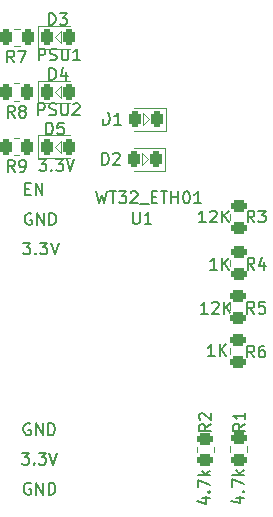
<source format=gto>
G04 #@! TF.GenerationSoftware,KiCad,Pcbnew,(6.0.11)*
G04 #@! TF.CreationDate,2023-03-19T09:35:33+01:00*
G04 #@! TF.ProjectId,powerbar_pcb,706f7765-7262-4617-925f-7063622e6b69,rev?*
G04 #@! TF.SameCoordinates,Original*
G04 #@! TF.FileFunction,Legend,Top*
G04 #@! TF.FilePolarity,Positive*
%FSLAX46Y46*%
G04 Gerber Fmt 4.6, Leading zero omitted, Abs format (unit mm)*
G04 Created by KiCad (PCBNEW (6.0.11)) date 2023-03-19 09:35:33*
%MOMM*%
%LPD*%
G01*
G04 APERTURE LIST*
G04 Aperture macros list*
%AMRoundRect*
0 Rectangle with rounded corners*
0 $1 Rounding radius*
0 $2 $3 $4 $5 $6 $7 $8 $9 X,Y pos of 4 corners*
0 Add a 4 corners polygon primitive as box body*
4,1,4,$2,$3,$4,$5,$6,$7,$8,$9,$2,$3,0*
0 Add four circle primitives for the rounded corners*
1,1,$1+$1,$2,$3*
1,1,$1+$1,$4,$5*
1,1,$1+$1,$6,$7*
1,1,$1+$1,$8,$9*
0 Add four rect primitives between the rounded corners*
20,1,$1+$1,$2,$3,$4,$5,0*
20,1,$1+$1,$4,$5,$6,$7,0*
20,1,$1+$1,$6,$7,$8,$9,0*
20,1,$1+$1,$8,$9,$2,$3,0*%
G04 Aperture macros list end*
%ADD10C,0.150000*%
%ADD11C,0.120000*%
%ADD12RoundRect,0.250000X-0.450000X0.262500X-0.450000X-0.262500X0.450000X-0.262500X0.450000X0.262500X0*%
%ADD13RoundRect,0.250000X0.450000X-0.262500X0.450000X0.262500X-0.450000X0.262500X-0.450000X-0.262500X0*%
%ADD14RoundRect,0.250000X-0.262500X-0.450000X0.262500X-0.450000X0.262500X0.450000X-0.262500X0.450000X0*%
%ADD15RoundRect,0.243750X0.243750X0.456250X-0.243750X0.456250X-0.243750X-0.456250X0.243750X-0.456250X0*%
%ADD16RoundRect,0.243750X-0.243750X-0.456250X0.243750X-0.456250X0.243750X0.456250X-0.243750X0.456250X0*%
%ADD17C,1.724000*%
%ADD18R,1.724000X1.724000*%
%ADD19R,1.724000X1.524000*%
%ADD20R,1.600000X1.600000*%
%ADD21C,1.600000*%
%ADD22R,1.350000X1.350000*%
%ADD23O,1.350000X1.350000*%
%ADD24C,1.524000*%
%ADD25R,1.700000X1.700000*%
%ADD26O,1.700000X1.700000*%
G04 APERTURE END LIST*
D10*
X105883809Y-75152380D02*
X106502857Y-75152380D01*
X106169523Y-75533333D01*
X106312380Y-75533333D01*
X106407619Y-75580952D01*
X106455238Y-75628571D01*
X106502857Y-75723809D01*
X106502857Y-75961904D01*
X106455238Y-76057142D01*
X106407619Y-76104761D01*
X106312380Y-76152380D01*
X106026666Y-76152380D01*
X105931428Y-76104761D01*
X105883809Y-76057142D01*
X106931428Y-76057142D02*
X106979047Y-76104761D01*
X106931428Y-76152380D01*
X106883809Y-76104761D01*
X106931428Y-76057142D01*
X106931428Y-76152380D01*
X107312380Y-75152380D02*
X107931428Y-75152380D01*
X107598095Y-75533333D01*
X107740952Y-75533333D01*
X107836190Y-75580952D01*
X107883809Y-75628571D01*
X107931428Y-75723809D01*
X107931428Y-75961904D01*
X107883809Y-76057142D01*
X107836190Y-76104761D01*
X107740952Y-76152380D01*
X107455238Y-76152380D01*
X107360000Y-76104761D01*
X107312380Y-76057142D01*
X108217142Y-75152380D02*
X108550476Y-76152380D01*
X108883809Y-75152380D01*
X106508095Y-95530000D02*
X106412857Y-95482380D01*
X106270000Y-95482380D01*
X106127142Y-95530000D01*
X106031904Y-95625238D01*
X105984285Y-95720476D01*
X105936666Y-95910952D01*
X105936666Y-96053809D01*
X105984285Y-96244285D01*
X106031904Y-96339523D01*
X106127142Y-96434761D01*
X106270000Y-96482380D01*
X106365238Y-96482380D01*
X106508095Y-96434761D01*
X106555714Y-96387142D01*
X106555714Y-96053809D01*
X106365238Y-96053809D01*
X106984285Y-96482380D02*
X106984285Y-95482380D01*
X107555714Y-96482380D01*
X107555714Y-95482380D01*
X108031904Y-96482380D02*
X108031904Y-95482380D01*
X108270000Y-95482380D01*
X108412857Y-95530000D01*
X108508095Y-95625238D01*
X108555714Y-95720476D01*
X108603333Y-95910952D01*
X108603333Y-96053809D01*
X108555714Y-96244285D01*
X108508095Y-96339523D01*
X108412857Y-96434761D01*
X108270000Y-96482380D01*
X108031904Y-96482380D01*
X106041904Y-70598571D02*
X106375238Y-70598571D01*
X106518095Y-71122380D02*
X106041904Y-71122380D01*
X106041904Y-70122380D01*
X106518095Y-70122380D01*
X106946666Y-71122380D02*
X106946666Y-70122380D01*
X107518095Y-71122380D01*
X107518095Y-70122380D01*
X105773809Y-92942380D02*
X106392857Y-92942380D01*
X106059523Y-93323333D01*
X106202380Y-93323333D01*
X106297619Y-93370952D01*
X106345238Y-93418571D01*
X106392857Y-93513809D01*
X106392857Y-93751904D01*
X106345238Y-93847142D01*
X106297619Y-93894761D01*
X106202380Y-93942380D01*
X105916666Y-93942380D01*
X105821428Y-93894761D01*
X105773809Y-93847142D01*
X106821428Y-93847142D02*
X106869047Y-93894761D01*
X106821428Y-93942380D01*
X106773809Y-93894761D01*
X106821428Y-93847142D01*
X106821428Y-93942380D01*
X107202380Y-92942380D02*
X107821428Y-92942380D01*
X107488095Y-93323333D01*
X107630952Y-93323333D01*
X107726190Y-93370952D01*
X107773809Y-93418571D01*
X107821428Y-93513809D01*
X107821428Y-93751904D01*
X107773809Y-93847142D01*
X107726190Y-93894761D01*
X107630952Y-93942380D01*
X107345238Y-93942380D01*
X107250000Y-93894761D01*
X107202380Y-93847142D01*
X108107142Y-92942380D02*
X108440476Y-93942380D01*
X108773809Y-92942380D01*
X106478095Y-90500000D02*
X106382857Y-90452380D01*
X106240000Y-90452380D01*
X106097142Y-90500000D01*
X106001904Y-90595238D01*
X105954285Y-90690476D01*
X105906666Y-90880952D01*
X105906666Y-91023809D01*
X105954285Y-91214285D01*
X106001904Y-91309523D01*
X106097142Y-91404761D01*
X106240000Y-91452380D01*
X106335238Y-91452380D01*
X106478095Y-91404761D01*
X106525714Y-91357142D01*
X106525714Y-91023809D01*
X106335238Y-91023809D01*
X106954285Y-91452380D02*
X106954285Y-90452380D01*
X107525714Y-91452380D01*
X107525714Y-90452380D01*
X108001904Y-91452380D02*
X108001904Y-90452380D01*
X108240000Y-90452380D01*
X108382857Y-90500000D01*
X108478095Y-90595238D01*
X108525714Y-90690476D01*
X108573333Y-90880952D01*
X108573333Y-91023809D01*
X108525714Y-91214285D01*
X108478095Y-91309523D01*
X108382857Y-91404761D01*
X108240000Y-91452380D01*
X108001904Y-91452380D01*
X106588095Y-72710000D02*
X106492857Y-72662380D01*
X106350000Y-72662380D01*
X106207142Y-72710000D01*
X106111904Y-72805238D01*
X106064285Y-72900476D01*
X106016666Y-73090952D01*
X106016666Y-73233809D01*
X106064285Y-73424285D01*
X106111904Y-73519523D01*
X106207142Y-73614761D01*
X106350000Y-73662380D01*
X106445238Y-73662380D01*
X106588095Y-73614761D01*
X106635714Y-73567142D01*
X106635714Y-73233809D01*
X106445238Y-73233809D01*
X107064285Y-73662380D02*
X107064285Y-72662380D01*
X107635714Y-73662380D01*
X107635714Y-72662380D01*
X108111904Y-73662380D02*
X108111904Y-72662380D01*
X108350000Y-72662380D01*
X108492857Y-72710000D01*
X108588095Y-72805238D01*
X108635714Y-72900476D01*
X108683333Y-73090952D01*
X108683333Y-73233809D01*
X108635714Y-73424285D01*
X108588095Y-73519523D01*
X108492857Y-73614761D01*
X108350000Y-73662380D01*
X108111904Y-73662380D01*
X125453333Y-73436880D02*
X125120000Y-72960690D01*
X124881904Y-73436880D02*
X124881904Y-72436880D01*
X125262857Y-72436880D01*
X125358095Y-72484500D01*
X125405714Y-72532119D01*
X125453333Y-72627357D01*
X125453333Y-72770214D01*
X125405714Y-72865452D01*
X125358095Y-72913071D01*
X125262857Y-72960690D01*
X124881904Y-72960690D01*
X125786666Y-72436880D02*
X126405714Y-72436880D01*
X126072380Y-72817833D01*
X126215238Y-72817833D01*
X126310476Y-72865452D01*
X126358095Y-72913071D01*
X126405714Y-73008309D01*
X126405714Y-73246404D01*
X126358095Y-73341642D01*
X126310476Y-73389261D01*
X126215238Y-73436880D01*
X125929523Y-73436880D01*
X125834285Y-73389261D01*
X125786666Y-73341642D01*
X121329523Y-73436880D02*
X120758095Y-73436880D01*
X121043809Y-73436880D02*
X121043809Y-72436880D01*
X120948571Y-72579738D01*
X120853333Y-72674976D01*
X120758095Y-72722595D01*
X121710476Y-72532119D02*
X121758095Y-72484500D01*
X121853333Y-72436880D01*
X122091428Y-72436880D01*
X122186666Y-72484500D01*
X122234285Y-72532119D01*
X122281904Y-72627357D01*
X122281904Y-72722595D01*
X122234285Y-72865452D01*
X121662857Y-73436880D01*
X122281904Y-73436880D01*
X122710476Y-73436880D02*
X122710476Y-72436880D01*
X123281904Y-73436880D02*
X122853333Y-72865452D01*
X123281904Y-72436880D02*
X122710476Y-73008309D01*
X121772380Y-90526666D02*
X121296190Y-90860000D01*
X121772380Y-91098095D02*
X120772380Y-91098095D01*
X120772380Y-90717142D01*
X120820000Y-90621904D01*
X120867619Y-90574285D01*
X120962857Y-90526666D01*
X121105714Y-90526666D01*
X121200952Y-90574285D01*
X121248571Y-90621904D01*
X121296190Y-90717142D01*
X121296190Y-91098095D01*
X120867619Y-90145714D02*
X120820000Y-90098095D01*
X120772380Y-90002857D01*
X120772380Y-89764761D01*
X120820000Y-89669523D01*
X120867619Y-89621904D01*
X120962857Y-89574285D01*
X121058095Y-89574285D01*
X121200952Y-89621904D01*
X121772380Y-90193333D01*
X121772380Y-89574285D01*
X121005714Y-96788571D02*
X121672380Y-96788571D01*
X120624761Y-97026666D02*
X121339047Y-97264761D01*
X121339047Y-96645714D01*
X121577142Y-96264761D02*
X121624761Y-96217142D01*
X121672380Y-96264761D01*
X121624761Y-96312380D01*
X121577142Y-96264761D01*
X121672380Y-96264761D01*
X120672380Y-95883809D02*
X120672380Y-95217142D01*
X121672380Y-95645714D01*
X121672380Y-94836190D02*
X120672380Y-94836190D01*
X121291428Y-94740952D02*
X121672380Y-94455238D01*
X121005714Y-94455238D02*
X121386666Y-94836190D01*
X105173333Y-69172380D02*
X104840000Y-68696190D01*
X104601904Y-69172380D02*
X104601904Y-68172380D01*
X104982857Y-68172380D01*
X105078095Y-68220000D01*
X105125714Y-68267619D01*
X105173333Y-68362857D01*
X105173333Y-68505714D01*
X105125714Y-68600952D01*
X105078095Y-68648571D01*
X104982857Y-68696190D01*
X104601904Y-68696190D01*
X105649523Y-69172380D02*
X105840000Y-69172380D01*
X105935238Y-69124761D01*
X105982857Y-69077142D01*
X106078095Y-68934285D01*
X106125714Y-68743809D01*
X106125714Y-68362857D01*
X106078095Y-68267619D01*
X106030476Y-68220000D01*
X105935238Y-68172380D01*
X105744761Y-68172380D01*
X105649523Y-68220000D01*
X105601904Y-68267619D01*
X105554285Y-68362857D01*
X105554285Y-68600952D01*
X105601904Y-68696190D01*
X105649523Y-68743809D01*
X105744761Y-68791428D01*
X105935238Y-68791428D01*
X106030476Y-68743809D01*
X106078095Y-68696190D01*
X106125714Y-68600952D01*
X125443333Y-81166880D02*
X125110000Y-80690690D01*
X124871904Y-81166880D02*
X124871904Y-80166880D01*
X125252857Y-80166880D01*
X125348095Y-80214500D01*
X125395714Y-80262119D01*
X125443333Y-80357357D01*
X125443333Y-80500214D01*
X125395714Y-80595452D01*
X125348095Y-80643071D01*
X125252857Y-80690690D01*
X124871904Y-80690690D01*
X126348095Y-80166880D02*
X125871904Y-80166880D01*
X125824285Y-80643071D01*
X125871904Y-80595452D01*
X125967142Y-80547833D01*
X126205238Y-80547833D01*
X126300476Y-80595452D01*
X126348095Y-80643071D01*
X126395714Y-80738309D01*
X126395714Y-80976404D01*
X126348095Y-81071642D01*
X126300476Y-81119261D01*
X126205238Y-81166880D01*
X125967142Y-81166880D01*
X125871904Y-81119261D01*
X125824285Y-81071642D01*
X121519523Y-81166880D02*
X120948095Y-81166880D01*
X121233809Y-81166880D02*
X121233809Y-80166880D01*
X121138571Y-80309738D01*
X121043333Y-80404976D01*
X120948095Y-80452595D01*
X121900476Y-80262119D02*
X121948095Y-80214500D01*
X122043333Y-80166880D01*
X122281428Y-80166880D01*
X122376666Y-80214500D01*
X122424285Y-80262119D01*
X122471904Y-80357357D01*
X122471904Y-80452595D01*
X122424285Y-80595452D01*
X121852857Y-81166880D01*
X122471904Y-81166880D01*
X122900476Y-81166880D02*
X122900476Y-80166880D01*
X123471904Y-81166880D02*
X123043333Y-80595452D01*
X123471904Y-80166880D02*
X122900476Y-80738309D01*
X125453333Y-77436880D02*
X125120000Y-76960690D01*
X124881904Y-77436880D02*
X124881904Y-76436880D01*
X125262857Y-76436880D01*
X125358095Y-76484500D01*
X125405714Y-76532119D01*
X125453333Y-76627357D01*
X125453333Y-76770214D01*
X125405714Y-76865452D01*
X125358095Y-76913071D01*
X125262857Y-76960690D01*
X124881904Y-76960690D01*
X126310476Y-76770214D02*
X126310476Y-77436880D01*
X126072380Y-76389261D02*
X125834285Y-77103547D01*
X126453333Y-77103547D01*
X122305714Y-77436880D02*
X121734285Y-77436880D01*
X122020000Y-77436880D02*
X122020000Y-76436880D01*
X121924761Y-76579738D01*
X121829523Y-76674976D01*
X121734285Y-76722595D01*
X122734285Y-77436880D02*
X122734285Y-76436880D01*
X123305714Y-77436880D02*
X122877142Y-76865452D01*
X123305714Y-76436880D02*
X122734285Y-77008309D01*
X105123333Y-59892380D02*
X104790000Y-59416190D01*
X104551904Y-59892380D02*
X104551904Y-58892380D01*
X104932857Y-58892380D01*
X105028095Y-58940000D01*
X105075714Y-58987619D01*
X105123333Y-59082857D01*
X105123333Y-59225714D01*
X105075714Y-59320952D01*
X105028095Y-59368571D01*
X104932857Y-59416190D01*
X104551904Y-59416190D01*
X105456666Y-58892380D02*
X106123333Y-58892380D01*
X105694761Y-59892380D01*
X112561904Y-68552380D02*
X112561904Y-67552380D01*
X112800000Y-67552380D01*
X112942857Y-67600000D01*
X113038095Y-67695238D01*
X113085714Y-67790476D01*
X113133333Y-67980952D01*
X113133333Y-68123809D01*
X113085714Y-68314285D01*
X113038095Y-68409523D01*
X112942857Y-68504761D01*
X112800000Y-68552380D01*
X112561904Y-68552380D01*
X113514285Y-67647619D02*
X113561904Y-67600000D01*
X113657142Y-67552380D01*
X113895238Y-67552380D01*
X113990476Y-67600000D01*
X114038095Y-67647619D01*
X114085714Y-67742857D01*
X114085714Y-67838095D01*
X114038095Y-67980952D01*
X113466666Y-68552380D01*
X114085714Y-68552380D01*
X108061904Y-56722380D02*
X108061904Y-55722380D01*
X108300000Y-55722380D01*
X108442857Y-55770000D01*
X108538095Y-55865238D01*
X108585714Y-55960476D01*
X108633333Y-56150952D01*
X108633333Y-56293809D01*
X108585714Y-56484285D01*
X108538095Y-56579523D01*
X108442857Y-56674761D01*
X108300000Y-56722380D01*
X108061904Y-56722380D01*
X108966666Y-55722380D02*
X109585714Y-55722380D01*
X109252380Y-56103333D01*
X109395238Y-56103333D01*
X109490476Y-56150952D01*
X109538095Y-56198571D01*
X109585714Y-56293809D01*
X109585714Y-56531904D01*
X109538095Y-56627142D01*
X109490476Y-56674761D01*
X109395238Y-56722380D01*
X109109523Y-56722380D01*
X109014285Y-56674761D01*
X108966666Y-56627142D01*
X107191904Y-59722380D02*
X107191904Y-58722380D01*
X107572857Y-58722380D01*
X107668095Y-58770000D01*
X107715714Y-58817619D01*
X107763333Y-58912857D01*
X107763333Y-59055714D01*
X107715714Y-59150952D01*
X107668095Y-59198571D01*
X107572857Y-59246190D01*
X107191904Y-59246190D01*
X108144285Y-59674761D02*
X108287142Y-59722380D01*
X108525238Y-59722380D01*
X108620476Y-59674761D01*
X108668095Y-59627142D01*
X108715714Y-59531904D01*
X108715714Y-59436666D01*
X108668095Y-59341428D01*
X108620476Y-59293809D01*
X108525238Y-59246190D01*
X108334761Y-59198571D01*
X108239523Y-59150952D01*
X108191904Y-59103333D01*
X108144285Y-59008095D01*
X108144285Y-58912857D01*
X108191904Y-58817619D01*
X108239523Y-58770000D01*
X108334761Y-58722380D01*
X108572857Y-58722380D01*
X108715714Y-58770000D01*
X109144285Y-58722380D02*
X109144285Y-59531904D01*
X109191904Y-59627142D01*
X109239523Y-59674761D01*
X109334761Y-59722380D01*
X109525238Y-59722380D01*
X109620476Y-59674761D01*
X109668095Y-59627142D01*
X109715714Y-59531904D01*
X109715714Y-58722380D01*
X110715714Y-59722380D02*
X110144285Y-59722380D01*
X110430000Y-59722380D02*
X110430000Y-58722380D01*
X110334761Y-58865238D01*
X110239523Y-58960476D01*
X110144285Y-59008095D01*
X112661904Y-65152380D02*
X112661904Y-64152380D01*
X112900000Y-64152380D01*
X113042857Y-64200000D01*
X113138095Y-64295238D01*
X113185714Y-64390476D01*
X113233333Y-64580952D01*
X113233333Y-64723809D01*
X113185714Y-64914285D01*
X113138095Y-65009523D01*
X113042857Y-65104761D01*
X112900000Y-65152380D01*
X112661904Y-65152380D01*
X114185714Y-65152380D02*
X113614285Y-65152380D01*
X113900000Y-65152380D02*
X113900000Y-64152380D01*
X113804761Y-64295238D01*
X113709523Y-64390476D01*
X113614285Y-64438095D01*
X124672380Y-90496666D02*
X124196190Y-90830000D01*
X124672380Y-91068095D02*
X123672380Y-91068095D01*
X123672380Y-90687142D01*
X123720000Y-90591904D01*
X123767619Y-90544285D01*
X123862857Y-90496666D01*
X124005714Y-90496666D01*
X124100952Y-90544285D01*
X124148571Y-90591904D01*
X124196190Y-90687142D01*
X124196190Y-91068095D01*
X124672380Y-89544285D02*
X124672380Y-90115714D01*
X124672380Y-89830000D02*
X123672380Y-89830000D01*
X123815238Y-89925238D01*
X123910476Y-90020476D01*
X123958095Y-90115714D01*
X123905714Y-96758571D02*
X124572380Y-96758571D01*
X123524761Y-96996666D02*
X124239047Y-97234761D01*
X124239047Y-96615714D01*
X124477142Y-96234761D02*
X124524761Y-96187142D01*
X124572380Y-96234761D01*
X124524761Y-96282380D01*
X124477142Y-96234761D01*
X124572380Y-96234761D01*
X123572380Y-95853809D02*
X123572380Y-95187142D01*
X124572380Y-95615714D01*
X124572380Y-94806190D02*
X123572380Y-94806190D01*
X124191428Y-94710952D02*
X124572380Y-94425238D01*
X123905714Y-94425238D02*
X124286666Y-94806190D01*
X125443333Y-84866880D02*
X125110000Y-84390690D01*
X124871904Y-84866880D02*
X124871904Y-83866880D01*
X125252857Y-83866880D01*
X125348095Y-83914500D01*
X125395714Y-83962119D01*
X125443333Y-84057357D01*
X125443333Y-84200214D01*
X125395714Y-84295452D01*
X125348095Y-84343071D01*
X125252857Y-84390690D01*
X124871904Y-84390690D01*
X126300476Y-83866880D02*
X126110000Y-83866880D01*
X126014761Y-83914500D01*
X125967142Y-83962119D01*
X125871904Y-84104976D01*
X125824285Y-84295452D01*
X125824285Y-84676404D01*
X125871904Y-84771642D01*
X125919523Y-84819261D01*
X126014761Y-84866880D01*
X126205238Y-84866880D01*
X126300476Y-84819261D01*
X126348095Y-84771642D01*
X126395714Y-84676404D01*
X126395714Y-84438309D01*
X126348095Y-84343071D01*
X126300476Y-84295452D01*
X126205238Y-84247833D01*
X126014761Y-84247833D01*
X125919523Y-84295452D01*
X125871904Y-84343071D01*
X125824285Y-84438309D01*
X122095714Y-84766880D02*
X121524285Y-84766880D01*
X121810000Y-84766880D02*
X121810000Y-83766880D01*
X121714761Y-83909738D01*
X121619523Y-84004976D01*
X121524285Y-84052595D01*
X122524285Y-84766880D02*
X122524285Y-83766880D01*
X123095714Y-84766880D02*
X122667142Y-84195452D01*
X123095714Y-83766880D02*
X122524285Y-84338309D01*
X108101904Y-61362380D02*
X108101904Y-60362380D01*
X108340000Y-60362380D01*
X108482857Y-60410000D01*
X108578095Y-60505238D01*
X108625714Y-60600476D01*
X108673333Y-60790952D01*
X108673333Y-60933809D01*
X108625714Y-61124285D01*
X108578095Y-61219523D01*
X108482857Y-61314761D01*
X108340000Y-61362380D01*
X108101904Y-61362380D01*
X109530476Y-60695714D02*
X109530476Y-61362380D01*
X109292380Y-60314761D02*
X109054285Y-61029047D01*
X109673333Y-61029047D01*
X107151904Y-64362380D02*
X107151904Y-63362380D01*
X107532857Y-63362380D01*
X107628095Y-63410000D01*
X107675714Y-63457619D01*
X107723333Y-63552857D01*
X107723333Y-63695714D01*
X107675714Y-63790952D01*
X107628095Y-63838571D01*
X107532857Y-63886190D01*
X107151904Y-63886190D01*
X108104285Y-64314761D02*
X108247142Y-64362380D01*
X108485238Y-64362380D01*
X108580476Y-64314761D01*
X108628095Y-64267142D01*
X108675714Y-64171904D01*
X108675714Y-64076666D01*
X108628095Y-63981428D01*
X108580476Y-63933809D01*
X108485238Y-63886190D01*
X108294761Y-63838571D01*
X108199523Y-63790952D01*
X108151904Y-63743333D01*
X108104285Y-63648095D01*
X108104285Y-63552857D01*
X108151904Y-63457619D01*
X108199523Y-63410000D01*
X108294761Y-63362380D01*
X108532857Y-63362380D01*
X108675714Y-63410000D01*
X109104285Y-63362380D02*
X109104285Y-64171904D01*
X109151904Y-64267142D01*
X109199523Y-64314761D01*
X109294761Y-64362380D01*
X109485238Y-64362380D01*
X109580476Y-64314761D01*
X109628095Y-64267142D01*
X109675714Y-64171904D01*
X109675714Y-63362380D01*
X110104285Y-63457619D02*
X110151904Y-63410000D01*
X110247142Y-63362380D01*
X110485238Y-63362380D01*
X110580476Y-63410000D01*
X110628095Y-63457619D01*
X110675714Y-63552857D01*
X110675714Y-63648095D01*
X110628095Y-63790952D01*
X110056666Y-64362380D01*
X110675714Y-64362380D01*
X105173333Y-64562380D02*
X104840000Y-64086190D01*
X104601904Y-64562380D02*
X104601904Y-63562380D01*
X104982857Y-63562380D01*
X105078095Y-63610000D01*
X105125714Y-63657619D01*
X105173333Y-63752857D01*
X105173333Y-63895714D01*
X105125714Y-63990952D01*
X105078095Y-64038571D01*
X104982857Y-64086190D01*
X104601904Y-64086190D01*
X105744761Y-63990952D02*
X105649523Y-63943333D01*
X105601904Y-63895714D01*
X105554285Y-63800476D01*
X105554285Y-63752857D01*
X105601904Y-63657619D01*
X105649523Y-63610000D01*
X105744761Y-63562380D01*
X105935238Y-63562380D01*
X106030476Y-63610000D01*
X106078095Y-63657619D01*
X106125714Y-63752857D01*
X106125714Y-63800476D01*
X106078095Y-63895714D01*
X106030476Y-63943333D01*
X105935238Y-63990952D01*
X105744761Y-63990952D01*
X105649523Y-64038571D01*
X105601904Y-64086190D01*
X105554285Y-64181428D01*
X105554285Y-64371904D01*
X105601904Y-64467142D01*
X105649523Y-64514761D01*
X105744761Y-64562380D01*
X105935238Y-64562380D01*
X106030476Y-64514761D01*
X106078095Y-64467142D01*
X106125714Y-64371904D01*
X106125714Y-64181428D01*
X106078095Y-64086190D01*
X106030476Y-64038571D01*
X105935238Y-63990952D01*
X107831904Y-65992380D02*
X107831904Y-64992380D01*
X108070000Y-64992380D01*
X108212857Y-65040000D01*
X108308095Y-65135238D01*
X108355714Y-65230476D01*
X108403333Y-65420952D01*
X108403333Y-65563809D01*
X108355714Y-65754285D01*
X108308095Y-65849523D01*
X108212857Y-65944761D01*
X108070000Y-65992380D01*
X107831904Y-65992380D01*
X109308095Y-64992380D02*
X108831904Y-64992380D01*
X108784285Y-65468571D01*
X108831904Y-65420952D01*
X108927142Y-65373333D01*
X109165238Y-65373333D01*
X109260476Y-65420952D01*
X109308095Y-65468571D01*
X109355714Y-65563809D01*
X109355714Y-65801904D01*
X109308095Y-65897142D01*
X109260476Y-65944761D01*
X109165238Y-65992380D01*
X108927142Y-65992380D01*
X108831904Y-65944761D01*
X108784285Y-65897142D01*
X107223809Y-68072380D02*
X107842857Y-68072380D01*
X107509523Y-68453333D01*
X107652380Y-68453333D01*
X107747619Y-68500952D01*
X107795238Y-68548571D01*
X107842857Y-68643809D01*
X107842857Y-68881904D01*
X107795238Y-68977142D01*
X107747619Y-69024761D01*
X107652380Y-69072380D01*
X107366666Y-69072380D01*
X107271428Y-69024761D01*
X107223809Y-68977142D01*
X108271428Y-68977142D02*
X108319047Y-69024761D01*
X108271428Y-69072380D01*
X108223809Y-69024761D01*
X108271428Y-68977142D01*
X108271428Y-69072380D01*
X108652380Y-68072380D02*
X109271428Y-68072380D01*
X108938095Y-68453333D01*
X109080952Y-68453333D01*
X109176190Y-68500952D01*
X109223809Y-68548571D01*
X109271428Y-68643809D01*
X109271428Y-68881904D01*
X109223809Y-68977142D01*
X109176190Y-69024761D01*
X109080952Y-69072380D01*
X108795238Y-69072380D01*
X108700000Y-69024761D01*
X108652380Y-68977142D01*
X109557142Y-68072380D02*
X109890476Y-69072380D01*
X110223809Y-68072380D01*
X115168095Y-72562220D02*
X115168095Y-73371744D01*
X115215714Y-73466982D01*
X115263333Y-73514601D01*
X115358571Y-73562220D01*
X115549047Y-73562220D01*
X115644285Y-73514601D01*
X115691904Y-73466982D01*
X115739523Y-73371744D01*
X115739523Y-72562220D01*
X116739523Y-73562220D02*
X116168095Y-73562220D01*
X116453809Y-73562220D02*
X116453809Y-72562220D01*
X116358571Y-72705078D01*
X116263333Y-72800316D01*
X116168095Y-72847935D01*
X112092619Y-70817380D02*
X112330714Y-71817380D01*
X112521190Y-71103095D01*
X112711666Y-71817380D01*
X112949761Y-70817380D01*
X113187857Y-70817380D02*
X113759285Y-70817380D01*
X113473571Y-71817380D02*
X113473571Y-70817380D01*
X113997380Y-70817380D02*
X114616428Y-70817380D01*
X114283095Y-71198333D01*
X114425952Y-71198333D01*
X114521190Y-71245952D01*
X114568809Y-71293571D01*
X114616428Y-71388809D01*
X114616428Y-71626904D01*
X114568809Y-71722142D01*
X114521190Y-71769761D01*
X114425952Y-71817380D01*
X114140238Y-71817380D01*
X114045000Y-71769761D01*
X113997380Y-71722142D01*
X114997380Y-70912619D02*
X115045000Y-70865000D01*
X115140238Y-70817380D01*
X115378333Y-70817380D01*
X115473571Y-70865000D01*
X115521190Y-70912619D01*
X115568809Y-71007857D01*
X115568809Y-71103095D01*
X115521190Y-71245952D01*
X114949761Y-71817380D01*
X115568809Y-71817380D01*
X115759285Y-71912619D02*
X116521190Y-71912619D01*
X116759285Y-71293571D02*
X117092619Y-71293571D01*
X117235476Y-71817380D02*
X116759285Y-71817380D01*
X116759285Y-70817380D01*
X117235476Y-70817380D01*
X117521190Y-70817380D02*
X118092619Y-70817380D01*
X117806904Y-71817380D02*
X117806904Y-70817380D01*
X118425952Y-71817380D02*
X118425952Y-70817380D01*
X118425952Y-71293571D02*
X118997380Y-71293571D01*
X118997380Y-71817380D02*
X118997380Y-70817380D01*
X119664047Y-70817380D02*
X119759285Y-70817380D01*
X119854523Y-70865000D01*
X119902142Y-70912619D01*
X119949761Y-71007857D01*
X119997380Y-71198333D01*
X119997380Y-71436428D01*
X119949761Y-71626904D01*
X119902142Y-71722142D01*
X119854523Y-71769761D01*
X119759285Y-71817380D01*
X119664047Y-71817380D01*
X119568809Y-71769761D01*
X119521190Y-71722142D01*
X119473571Y-71626904D01*
X119425952Y-71436428D01*
X119425952Y-71198333D01*
X119473571Y-71007857D01*
X119521190Y-70912619D01*
X119568809Y-70865000D01*
X119664047Y-70817380D01*
X120949761Y-71817380D02*
X120378333Y-71817380D01*
X120664047Y-71817380D02*
X120664047Y-70817380D01*
X120568809Y-70960238D01*
X120473571Y-71055476D01*
X120378333Y-71103095D01*
D11*
X123385000Y-72757436D02*
X123385000Y-73211564D01*
X124855000Y-72757436D02*
X124855000Y-73211564D01*
X120585000Y-92887064D02*
X120585000Y-92432936D01*
X122055000Y-92887064D02*
X122055000Y-92432936D01*
X105102936Y-66305000D02*
X105557064Y-66305000D01*
X105102936Y-67775000D02*
X105557064Y-67775000D01*
X123375000Y-80387436D02*
X123375000Y-80841564D01*
X124845000Y-80387436D02*
X124845000Y-80841564D01*
X124855000Y-76644936D02*
X124855000Y-77099064D01*
X123385000Y-76644936D02*
X123385000Y-77099064D01*
X105122936Y-57035000D02*
X105577064Y-57035000D01*
X105122936Y-58505000D02*
X105577064Y-58505000D01*
X117922500Y-67140000D02*
X115237500Y-67140000D01*
X117922500Y-69060000D02*
X117922500Y-67140000D01*
X115237500Y-69060000D02*
X117922500Y-69060000D01*
X115987500Y-67600000D02*
X115987500Y-68600000D01*
X115987500Y-68600000D02*
X116487500Y-68100000D01*
X116487500Y-68100000D02*
X115987500Y-67600000D01*
X108590000Y-57770000D02*
X109090000Y-57270000D01*
X109840000Y-56810000D02*
X107155000Y-56810000D01*
X107155000Y-56810000D02*
X107155000Y-58730000D01*
X109090000Y-58270000D02*
X108590000Y-57770000D01*
X109090000Y-57270000D02*
X109090000Y-58270000D01*
X107155000Y-58730000D02*
X109840000Y-58730000D01*
X116550000Y-64700000D02*
X116050000Y-64200000D01*
X116050000Y-64200000D02*
X116050000Y-65200000D01*
X117985000Y-63740000D02*
X115300000Y-63740000D01*
X115300000Y-65660000D02*
X117985000Y-65660000D01*
X117985000Y-65660000D02*
X117985000Y-63740000D01*
X116050000Y-65200000D02*
X116550000Y-64700000D01*
X124855000Y-92857064D02*
X124855000Y-92402936D01*
X123385000Y-92857064D02*
X123385000Y-92402936D01*
X123375000Y-84087436D02*
X123375000Y-84541564D01*
X124845000Y-84087436D02*
X124845000Y-84541564D01*
X108590000Y-62410000D02*
X109090000Y-61910000D01*
X107155000Y-63370000D02*
X109840000Y-63370000D01*
X109090000Y-61910000D02*
X109090000Y-62910000D01*
X109090000Y-62910000D02*
X108590000Y-62410000D01*
X107155000Y-61450000D02*
X107155000Y-63370000D01*
X109840000Y-61450000D02*
X107155000Y-61450000D01*
X105102936Y-61675000D02*
X105557064Y-61675000D01*
X105102936Y-63145000D02*
X105557064Y-63145000D01*
X109070000Y-67540000D02*
X108570000Y-67040000D01*
X109820000Y-66080000D02*
X107135000Y-66080000D01*
X107135000Y-68000000D02*
X109820000Y-68000000D01*
X108570000Y-67040000D02*
X109070000Y-66540000D01*
X109070000Y-66540000D02*
X109070000Y-67540000D01*
X107135000Y-66080000D02*
X107135000Y-68000000D01*
%LPC*%
D12*
X124120000Y-72072000D03*
X124120000Y-73897000D03*
D13*
X121320000Y-93572500D03*
X121320000Y-91747500D03*
D14*
X104417500Y-67040000D03*
X106242500Y-67040000D03*
D12*
X124110000Y-79702000D03*
X124110000Y-81527000D03*
X124120000Y-75959500D03*
X124120000Y-77784500D03*
D14*
X104437500Y-57770000D03*
X106262500Y-57770000D03*
D15*
X117175000Y-68100000D03*
X115300000Y-68100000D03*
D16*
X107902500Y-57770000D03*
X109777500Y-57770000D03*
D15*
X117237500Y-64700000D03*
X115362500Y-64700000D03*
D13*
X124120000Y-93542500D03*
X124120000Y-91717500D03*
D12*
X124110000Y-83402000D03*
X124110000Y-85227000D03*
D16*
X107902500Y-62410000D03*
X109777500Y-62410000D03*
D14*
X104417500Y-62410000D03*
X106242500Y-62410000D03*
D16*
X107882500Y-67040000D03*
X109757500Y-67040000D03*
D17*
X104500000Y-70580000D03*
D18*
X104500000Y-73120000D03*
D17*
X104500000Y-75660000D03*
X104500000Y-78200000D03*
X104500000Y-80740000D03*
X104500000Y-83280000D03*
X104500000Y-85820000D03*
X104500000Y-88360000D03*
D18*
X104500000Y-90900000D03*
D17*
X104500000Y-93440000D03*
D18*
X104500000Y-95980000D03*
D17*
X127360000Y-70580000D03*
X127360000Y-73120000D03*
X127360000Y-75660000D03*
D19*
X127360000Y-78200000D03*
D17*
X127360000Y-80740000D03*
X127360000Y-83280000D03*
X127360000Y-85820000D03*
X127360000Y-88360000D03*
X127360000Y-90900000D03*
X127360000Y-93440000D03*
X127360000Y-95980000D03*
D20*
X127410000Y-65960000D03*
D21*
X124910000Y-65960000D03*
D22*
X120200000Y-85200000D03*
D23*
X120200000Y-83200000D03*
X118200000Y-85200000D03*
X118200000Y-83200000D03*
X116200000Y-85200000D03*
X116200000Y-83200000D03*
X114200000Y-85200000D03*
X114200000Y-83200000D03*
X112200000Y-85200000D03*
X112200000Y-83200000D03*
D22*
X120600000Y-60000000D03*
D23*
X120600000Y-58000000D03*
X118600000Y-60000000D03*
X118600000Y-58000000D03*
X116600000Y-60000000D03*
X116600000Y-58000000D03*
X114600000Y-60000000D03*
X114600000Y-58000000D03*
X112600000Y-60000000D03*
X112600000Y-58000000D03*
D24*
X120200000Y-64130000D03*
X112200000Y-64130000D03*
X120200000Y-78130000D03*
X112200000Y-78130000D03*
D25*
X117600000Y-93200000D03*
D26*
X117600000Y-90660000D03*
X115060000Y-93200000D03*
X115060000Y-90660000D03*
X112520000Y-93200000D03*
X112520000Y-90660000D03*
M02*

</source>
